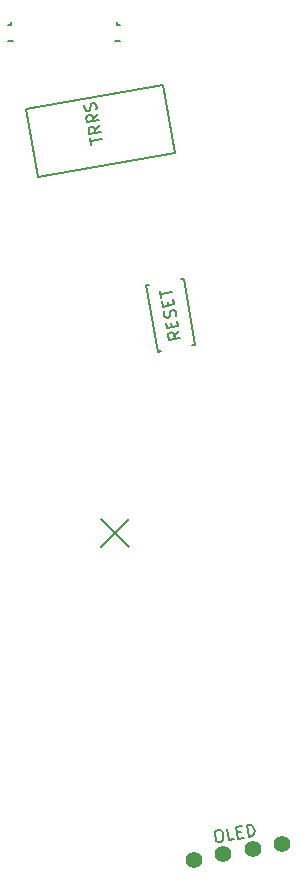
<source format=gbr>
G04 #@! TF.GenerationSoftware,KiCad,Pcbnew,(6.0.8)*
G04 #@! TF.CreationDate,2023-01-03T19:57:49+09:00*
G04 #@! TF.ProjectId,HatsuLight69_left.kicad_pcb,48617473-754c-4696-9768-7436395f6c65,0.1*
G04 #@! TF.SameCoordinates,Original*
G04 #@! TF.FileFunction,Legend,Top*
G04 #@! TF.FilePolarity,Positive*
%FSLAX46Y46*%
G04 Gerber Fmt 4.6, Leading zero omitted, Abs format (unit mm)*
G04 Created by KiCad (PCBNEW (6.0.8)) date 2023-01-03 19:57:49*
%MOMM*%
%LPD*%
G01*
G04 APERTURE LIST*
%ADD10C,0.150000*%
%ADD11C,0.127000*%
%ADD12C,1.397000*%
G04 APERTURE END LIST*
D10*
X191690886Y-78581396D02*
X194072138Y-80962648D01*
X191690886Y-80962648D02*
X194072138Y-78581396D01*
G04 #@! TO.C,*
G04 #@! TO.C,SW1*
X198341727Y-62669079D02*
X197930654Y-63080038D01*
X198440955Y-63231827D02*
X197456147Y-63405475D01*
X197389995Y-63030310D01*
X197420353Y-62928250D01*
X197458979Y-62873085D01*
X197544502Y-62809652D01*
X197685189Y-62784845D01*
X197787249Y-62815203D01*
X197842413Y-62853829D01*
X197905847Y-62939351D01*
X197971999Y-63314516D01*
X197751455Y-62337977D02*
X197693572Y-62009708D01*
X198184617Y-61778063D02*
X198267306Y-62247019D01*
X197282499Y-62420667D01*
X197199809Y-61951711D01*
X198071570Y-61411167D02*
X198093658Y-61262211D01*
X198052313Y-61027733D01*
X197988880Y-60942211D01*
X197933715Y-60903584D01*
X197831655Y-60873227D01*
X197737864Y-60889764D01*
X197652342Y-60953198D01*
X197613715Y-61008363D01*
X197583357Y-61110423D01*
X197569538Y-61306274D01*
X197539180Y-61408334D01*
X197500553Y-61463499D01*
X197415031Y-61526932D01*
X197321240Y-61543470D01*
X197219180Y-61513113D01*
X197164015Y-61474486D01*
X197100582Y-61388964D01*
X197059237Y-61154486D01*
X197081325Y-61005530D01*
X197428965Y-60509049D02*
X197371083Y-60180780D01*
X197862127Y-59949134D02*
X197944817Y-60418090D01*
X196960009Y-60591738D01*
X196877320Y-60122782D01*
X196827706Y-59841409D02*
X196728478Y-59278661D01*
X197762900Y-59386387D02*
X196778092Y-59560035D01*
G04 #@! TO.C,J3*
X201547342Y-104943968D02*
X201734925Y-104910892D01*
X201836985Y-104941250D01*
X201947314Y-105018503D01*
X202027286Y-105197817D01*
X202085168Y-105526086D01*
X202071349Y-105721938D01*
X201994095Y-105832267D01*
X201908573Y-105895700D01*
X201720991Y-105928776D01*
X201618930Y-105898418D01*
X201508601Y-105821165D01*
X201428630Y-105641852D01*
X201370747Y-105313582D01*
X201384567Y-105117731D01*
X201461820Y-105007402D01*
X201547342Y-104943968D01*
X203034068Y-105697245D02*
X202565112Y-105779935D01*
X202391463Y-104795127D01*
X203271378Y-105123511D02*
X203599648Y-105065628D01*
X203831293Y-105556673D02*
X203362337Y-105639362D01*
X203188689Y-104654555D01*
X203657645Y-104571865D01*
X204253353Y-105482252D02*
X204079705Y-104497444D01*
X204314183Y-104456100D01*
X204463139Y-104478188D01*
X204573468Y-104555442D01*
X204636902Y-104640964D01*
X204716873Y-104820277D01*
X204741680Y-104960964D01*
X204727860Y-105156816D01*
X204697503Y-105258876D01*
X204620249Y-105369205D01*
X204487831Y-105440907D01*
X204253353Y-105482252D01*
G04 #@! TO.C,J2*
X190898010Y-46885425D02*
X190798782Y-46322678D01*
X191833204Y-46430403D02*
X190848396Y-46604051D01*
X191626480Y-45258013D02*
X191215406Y-45668972D01*
X191725707Y-45820760D02*
X190740899Y-45994408D01*
X190674748Y-45619244D01*
X190705105Y-45517183D01*
X190743732Y-45462019D01*
X190829254Y-45398585D01*
X190969941Y-45373778D01*
X191072001Y-45404136D01*
X191127166Y-45442763D01*
X191190599Y-45528285D01*
X191256751Y-45903450D01*
X191452831Y-44273205D02*
X191041758Y-44684164D01*
X191552059Y-44835953D02*
X190567251Y-45009601D01*
X190501099Y-44634436D01*
X190531457Y-44532376D01*
X190570084Y-44477211D01*
X190655606Y-44413778D01*
X190796293Y-44388971D01*
X190898353Y-44419328D01*
X190953518Y-44457955D01*
X191016951Y-44543477D01*
X191083103Y-44918642D01*
X191339784Y-43906309D02*
X191361873Y-43757354D01*
X191320528Y-43522876D01*
X191257094Y-43437353D01*
X191201930Y-43398727D01*
X191099870Y-43368369D01*
X191006078Y-43384907D01*
X190920556Y-43448340D01*
X190881930Y-43503505D01*
X190851572Y-43605565D01*
X190837752Y-43801417D01*
X190807394Y-43903477D01*
X190768768Y-43958641D01*
X190683246Y-44022075D01*
X190589454Y-44038613D01*
X190487394Y-44008255D01*
X190432230Y-43969628D01*
X190368796Y-43884106D01*
X190327451Y-43649628D01*
X190349540Y-43500672D01*
D11*
G04 #@! TO.C,J1*
X193345000Y-36715732D02*
X193075000Y-36715732D01*
X184115000Y-36715732D02*
X184115000Y-36515732D01*
X193345000Y-38115732D02*
X192945000Y-38115732D01*
X193075000Y-36715732D02*
X193075000Y-36515732D01*
X184245000Y-38115732D02*
X183845000Y-38115732D01*
X183845000Y-36715732D02*
X184115000Y-36715732D01*
D10*
G04 #@! TO.C,SW1*
X199714606Y-63846184D02*
X199468404Y-63889596D01*
X199714606Y-63846184D02*
X198724811Y-58232780D01*
X198724811Y-58232780D02*
X198478609Y-58276192D01*
X196563221Y-64401858D02*
X195573426Y-58788454D01*
X195573426Y-58788454D02*
X195819628Y-58745042D01*
X196563221Y-64401858D02*
X196809423Y-64358446D01*
G04 #@! TO.C,J2*
X196962303Y-41843875D02*
X197969463Y-47555760D01*
X185390812Y-43884241D02*
X196962303Y-41843875D01*
X186397971Y-49596126D02*
X185390812Y-43884241D01*
X197969463Y-47555760D02*
X186397971Y-49596126D01*
G04 #@! TD*
D12*
G04 #@! TO.C,J3*
X199589788Y-107419117D03*
X202091201Y-106978050D03*
X204592613Y-106536984D03*
X207094026Y-106095917D03*
G04 #@! TD*
M02*

</source>
